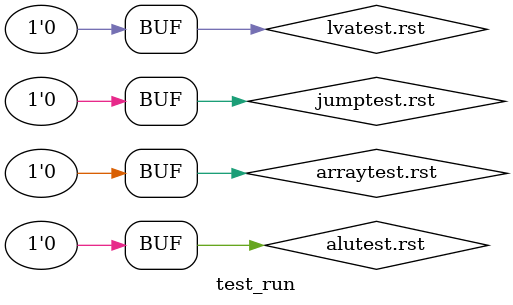
<source format=sv>
`timescale 10ns / 10ns

module test_run();

    test_cpu_prog #(.PROG("tests/progs/arrayops.mem"))     arraytest();
    test_cpu_prog #(.PROG("tests/progs/localvars.mem"))    lvatest();
    test_cpu_prog #(.PROG("tests/progs/jumps.mem"))        jumptest();
    test_cpu_prog #(.PROG("tests/progs/push_and_alu.mem")) alutest();

    initial begin
        arraytest.rst = 0;
        lvatest.rst = 0;
        jumptest.rst = 0;
        alutest.rst = 0;
        #1;
        arraytest.rst = 1;
        lvatest.rst = 1;
        jumptest.rst = 1;
        alutest.rst = 1;
        #1;
        arraytest.rst = 0;
        lvatest.rst = 0;
        jumptest.rst = 0;
        alutest.rst = 0;
        #250;
    end

endmodule
</source>
